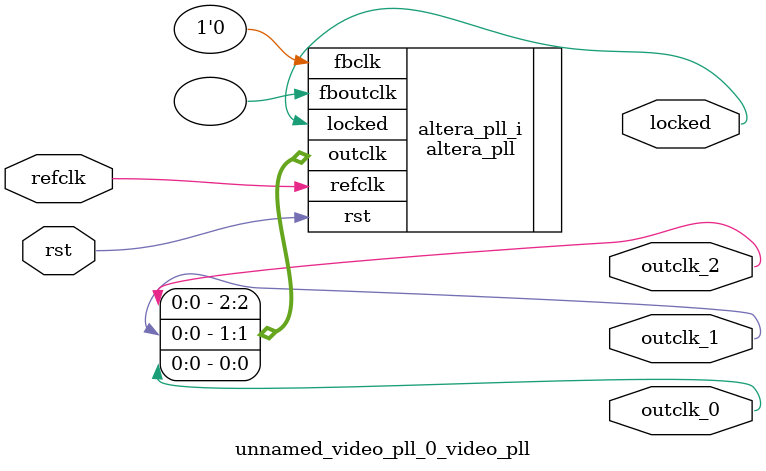
<source format=v>
`timescale 1ns/10ps
module  unnamed_video_pll_0_video_pll(

	// interface 'refclk'
	input wire refclk,

	// interface 'reset'
	input wire rst,

	// interface 'outclk0'
	output wire outclk_0,

	// interface 'outclk1'
	output wire outclk_1,

	// interface 'outclk2'
	output wire outclk_2,

	// interface 'locked'
	output wire locked
);

	altera_pll #(
		.fractional_vco_multiplier("false"),
		.reference_clock_frequency("50.0 MHz"),
		.operation_mode("direct"),
		.number_of_clocks(3),
		.output_clock_frequency0("25.000000 MHz"),
		.phase_shift0("0 ps"),
		.duty_cycle0(50),
		.output_clock_frequency1("25.000000 MHz"),
		.phase_shift1("0 ps"),
		.duty_cycle1(50),
		.output_clock_frequency2("33.000000 MHz"),
		.phase_shift2("0 ps"),
		.duty_cycle2(50),
		.output_clock_frequency3("0 MHz"),
		.phase_shift3("0 ps"),
		.duty_cycle3(50),
		.output_clock_frequency4("0 MHz"),
		.phase_shift4("0 ps"),
		.duty_cycle4(50),
		.output_clock_frequency5("0 MHz"),
		.phase_shift5("0 ps"),
		.duty_cycle5(50),
		.output_clock_frequency6("0 MHz"),
		.phase_shift6("0 ps"),
		.duty_cycle6(50),
		.output_clock_frequency7("0 MHz"),
		.phase_shift7("0 ps"),
		.duty_cycle7(50),
		.output_clock_frequency8("0 MHz"),
		.phase_shift8("0 ps"),
		.duty_cycle8(50),
		.output_clock_frequency9("0 MHz"),
		.phase_shift9("0 ps"),
		.duty_cycle9(50),
		.output_clock_frequency10("0 MHz"),
		.phase_shift10("0 ps"),
		.duty_cycle10(50),
		.output_clock_frequency11("0 MHz"),
		.phase_shift11("0 ps"),
		.duty_cycle11(50),
		.output_clock_frequency12("0 MHz"),
		.phase_shift12("0 ps"),
		.duty_cycle12(50),
		.output_clock_frequency13("0 MHz"),
		.phase_shift13("0 ps"),
		.duty_cycle13(50),
		.output_clock_frequency14("0 MHz"),
		.phase_shift14("0 ps"),
		.duty_cycle14(50),
		.output_clock_frequency15("0 MHz"),
		.phase_shift15("0 ps"),
		.duty_cycle15(50),
		.output_clock_frequency16("0 MHz"),
		.phase_shift16("0 ps"),
		.duty_cycle16(50),
		.output_clock_frequency17("0 MHz"),
		.phase_shift17("0 ps"),
		.duty_cycle17(50),
		.pll_type("General"),
		.pll_subtype("General")
	) altera_pll_i (
		.rst	(rst),
		.outclk	({outclk_2, outclk_1, outclk_0}),
		.locked	(locked),
		.fboutclk	( ),
		.fbclk	(1'b0),
		.refclk	(refclk)
	);
endmodule


</source>
